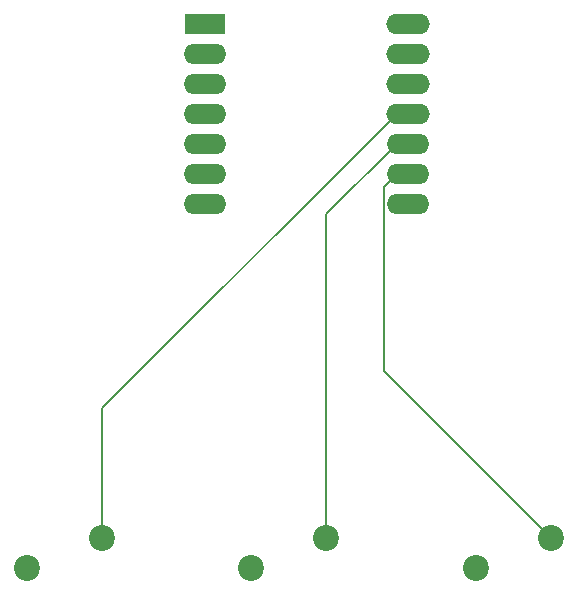
<source format=gbr>
%TF.GenerationSoftware,KiCad,Pcbnew,8.0.5*%
%TF.CreationDate,2024-10-21T21:32:33-05:00*%
%TF.ProjectId,macropad,6d616372-6f70-4616-942e-6b696361645f,rev?*%
%TF.SameCoordinates,Original*%
%TF.FileFunction,Copper,L2,Bot*%
%TF.FilePolarity,Positive*%
%FSLAX46Y46*%
G04 Gerber Fmt 4.6, Leading zero omitted, Abs format (unit mm)*
G04 Created by KiCad (PCBNEW 8.0.5) date 2024-10-21 21:32:33*
%MOMM*%
%LPD*%
G01*
G04 APERTURE LIST*
%TA.AperFunction,ComponentPad*%
%ADD10C,2.200000*%
%TD*%
%TA.AperFunction,ComponentPad*%
%ADD11R,3.500000X1.700000*%
%TD*%
%TA.AperFunction,ComponentPad*%
%ADD12O,3.600000X1.700000*%
%TD*%
%TA.AperFunction,ComponentPad*%
%ADD13O,3.700000X1.700000*%
%TD*%
%TA.AperFunction,Conductor*%
%ADD14C,0.200000*%
%TD*%
G04 APERTURE END LIST*
D10*
%TO.P,SW1,1,1*%
%TO.N,Net-(U1-PA6_A10_D10_MOSI)*%
X123540000Y-99420000D03*
%TO.P,SW1,2,2*%
%TO.N,GND*%
X117190000Y-101960000D03*
%TD*%
%TO.P,SW3,1,1*%
%TO.N,Net-(U1-PA7_A8_D8_SCK)*%
X161540000Y-99420000D03*
%TO.P,SW3,2,2*%
%TO.N,GND*%
X155190000Y-101960000D03*
%TD*%
D11*
%TO.P,U1,1,PA02_A0_D0*%
%TO.N,unconnected-(U1-PA02_A0_D0-Pad1)*%
X132250000Y-55880000D03*
D12*
%TO.P,U1,2,PA4_A1_D1*%
%TO.N,unconnected-(U1-PA4_A1_D1-Pad2)*%
X132250000Y-58420000D03*
%TO.P,U1,3,PA10_A2_D2*%
%TO.N,unconnected-(U1-PA10_A2_D2-Pad3)*%
X132250000Y-60960000D03*
%TO.P,U1,4,PA11_A3_D3*%
%TO.N,unconnected-(U1-PA11_A3_D3-Pad4)*%
X132250000Y-63500000D03*
%TO.P,U1,5,PA8_A4_D4_SDA*%
%TO.N,unconnected-(U1-PA8_A4_D4_SDA-Pad5)*%
X132250000Y-66040000D03*
%TO.P,U1,6,PA9_A5_D5_SCL*%
%TO.N,unconnected-(U1-PA9_A5_D5_SCL-Pad6)*%
X132250000Y-68580000D03*
%TO.P,U1,7,PB08_A6_D6_TX*%
%TO.N,unconnected-(U1-PB08_A6_D6_TX-Pad7)*%
X132250000Y-71120000D03*
%TO.P,U1,8,PB09_A7_D7_RX*%
%TO.N,unconnected-(U1-PB09_A7_D7_RX-Pad8)*%
X149500000Y-71120000D03*
%TO.P,U1,9,PA7_A8_D8_SCK*%
%TO.N,Net-(U1-PA7_A8_D8_SCK)*%
X149500000Y-68580000D03*
%TO.P,U1,10,PA5_A9_D9_MISO*%
%TO.N,Net-(U1-PA5_A9_D9_MISO)*%
X149500000Y-66040000D03*
D13*
%TO.P,U1,11,PA6_A10_D10_MOSI*%
%TO.N,Net-(U1-PA6_A10_D10_MOSI)*%
X149500000Y-63500000D03*
%TO.P,U1,12,3V3*%
%TO.N,+3.3V*%
X149500000Y-60960000D03*
%TO.P,U1,13,GND*%
%TO.N,GND*%
X149500000Y-58420000D03*
%TO.P,U1,14,5V*%
%TO.N,unconnected-(U1-5V-Pad14)*%
X149500000Y-55880000D03*
%TD*%
D10*
%TO.P,SW2,1,1*%
%TO.N,Net-(U1-PA5_A9_D9_MISO)*%
X142540000Y-99420000D03*
%TO.P,SW2,2,2*%
%TO.N,GND*%
X136190000Y-101960000D03*
%TD*%
D14*
%TO.N,Net-(U1-PA6_A10_D10_MOSI)*%
X123540000Y-88460000D02*
X148500000Y-63500000D01*
X123540000Y-99420000D02*
X123540000Y-88460000D01*
%TO.N,Net-(U1-PA5_A9_D9_MISO)*%
X142540000Y-72000000D02*
X148500000Y-66040000D01*
X142540000Y-99420000D02*
X142540000Y-72000000D01*
%TO.N,Net-(U1-PA7_A8_D8_SCK)*%
X147400000Y-69680000D02*
X148500000Y-68580000D01*
X147400000Y-85280000D02*
X147400000Y-69680000D01*
X161540000Y-99420000D02*
X147400000Y-85280000D01*
%TD*%
M02*

</source>
